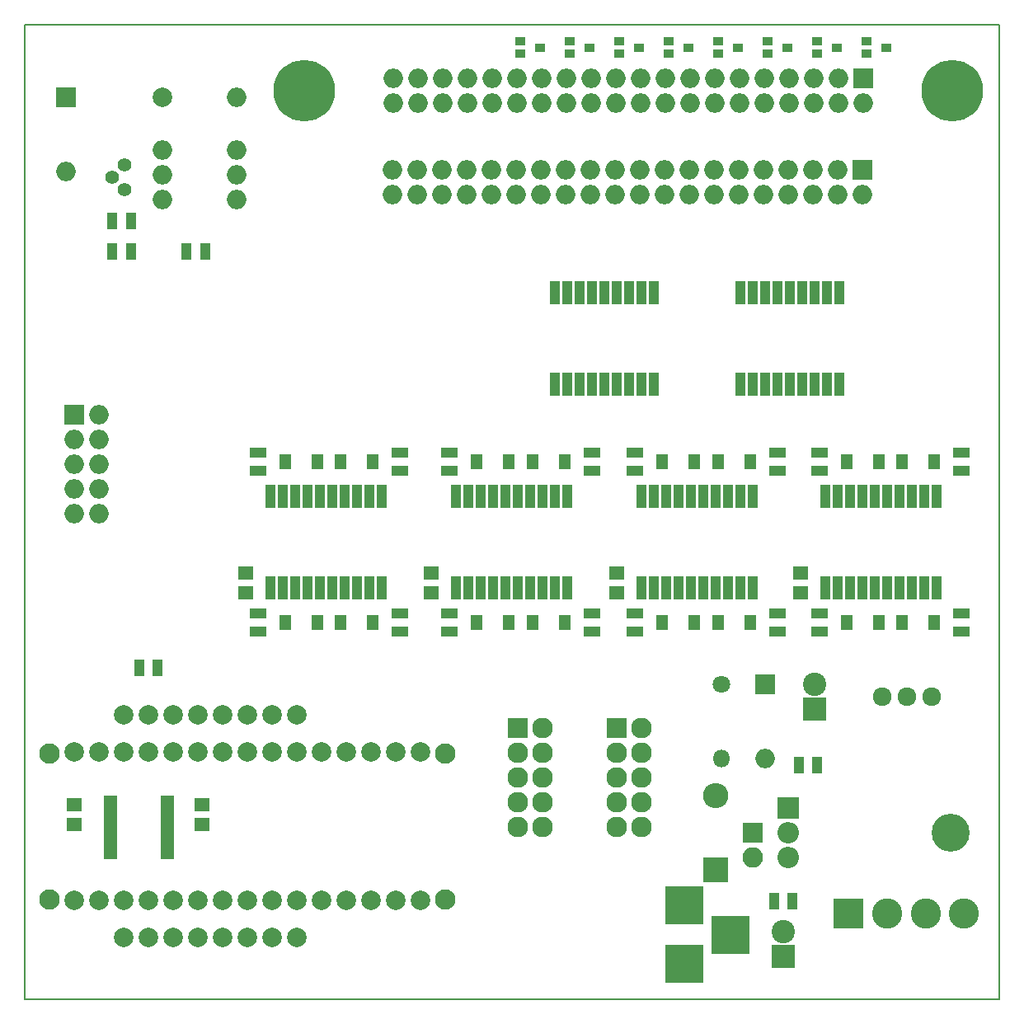
<source format=gbr>
%TF.GenerationSoftware,KiCad,Pcbnew,4.0.7*%
%TF.CreationDate,2018-06-26T21:29:00-04:00*%
%TF.ProjectId,row_driver,726F775F6472697665722E6B69636164,rev?*%
%TF.FileFunction,Soldermask,Top*%
%FSLAX46Y46*%
G04 Gerber Fmt 4.6, Leading zero omitted, Abs format (unit mm)*
G04 Created by KiCad (PCBNEW 4.0.7) date Tuesday, June 26, 2018 'PMt' 09:29:00 PM*
%MOMM*%
%LPD*%
G01*
G04 APERTURE LIST*
%ADD10C,0.100000*%
%ADD11C,0.150000*%
%ADD12R,1.400000X0.800000*%
%ADD13R,2.400000X2.400000*%
%ADD14C,2.400000*%
%ADD15R,3.900120X3.900120*%
%ADD16C,1.400760*%
%ADD17C,2.000000*%
%ADD18O,2.000000X2.000000*%
%ADD19C,1.924000*%
%ADD20R,3.100000X3.100000*%
%ADD21C,3.100000*%
%ADD22R,1.100000X1.700000*%
%ADD23R,1.700000X1.100000*%
%ADD24R,1.300000X1.600000*%
%ADD25R,1.650000X1.400000*%
%ADD26R,1.100000X0.850000*%
%ADD27R,1.000000X2.350000*%
%ADD28R,1.000000X2.400000*%
%ADD29C,1.800000*%
%ADD30O,1.800000X1.800000*%
%ADD31R,2.100000X2.100000*%
%ADD32O,2.100000X2.100000*%
%ADD33R,2.000000X2.000000*%
%ADD34R,2.600000X2.600000*%
%ADD35O,2.600000X2.600000*%
%ADD36O,3.900000X3.900000*%
%ADD37R,2.200000X2.200000*%
%ADD38O,2.200000X2.200000*%
%ADD39R,2.127200X2.127200*%
%ADD40O,2.127200X2.127200*%
%ADD41C,2.100000*%
%ADD42C,6.324600*%
G04 APERTURE END LIST*
D10*
D11*
X25000000Y-25000000D02*
X125000000Y-25000000D01*
X25000000Y-125000000D02*
X25000000Y-25000000D01*
X125000000Y-125000000D02*
X25000000Y-125000000D01*
X125000000Y-25000000D02*
X125000000Y-125000000D01*
D12*
X33777600Y-104440800D03*
X33777600Y-105090800D03*
X33777600Y-105740800D03*
X33777600Y-106390800D03*
X33777600Y-107040800D03*
X33777600Y-107690800D03*
X33777600Y-108340800D03*
X33777600Y-108990800D03*
X33777600Y-109640800D03*
X33777600Y-110290800D03*
X39577600Y-110290800D03*
X39577600Y-109640800D03*
X39577600Y-108990800D03*
X39577600Y-108340800D03*
X39577600Y-107690800D03*
X39577600Y-107040800D03*
X39577600Y-106390800D03*
X39577600Y-105740800D03*
X39577600Y-105090800D03*
X39577600Y-104440800D03*
D13*
X106045000Y-95250000D03*
D14*
X106045000Y-92710000D03*
D15*
X92710000Y-115412520D03*
X92710000Y-121412000D03*
X97409000Y-118412260D03*
D16*
X33909000Y-40640000D03*
X35179000Y-39370000D03*
X35179000Y-41910000D03*
D17*
X39116000Y-32385000D03*
D18*
X46736000Y-32385000D03*
D19*
X118110000Y-93980000D03*
X115570000Y-93980000D03*
X113030000Y-93980000D03*
D18*
X39116000Y-37846000D03*
X39116000Y-40386000D03*
X39116000Y-42926000D03*
X46736000Y-42926000D03*
X46736000Y-40386000D03*
X46736000Y-37846000D03*
D20*
X109555000Y-116205000D03*
D21*
X113515000Y-116205000D03*
X117475000Y-116205000D03*
X121435000Y-116205000D03*
D22*
X43495000Y-48260000D03*
X41595000Y-48260000D03*
X33975000Y-45085000D03*
X35875000Y-45085000D03*
X33975000Y-48260000D03*
X35875000Y-48260000D03*
D23*
X106553000Y-68900000D03*
X106553000Y-70800000D03*
X121158000Y-68900000D03*
X121158000Y-70800000D03*
X121158000Y-85410000D03*
X121158000Y-87310000D03*
X106553000Y-87310000D03*
X106553000Y-85410000D03*
X87630000Y-70800000D03*
X87630000Y-68900000D03*
X102235000Y-70800000D03*
X102235000Y-68900000D03*
X102235000Y-85410000D03*
X102235000Y-87310000D03*
X87630000Y-85410000D03*
X87630000Y-87310000D03*
X68580000Y-68900000D03*
X68580000Y-70800000D03*
X83185000Y-68900000D03*
X83185000Y-70800000D03*
X83185000Y-87310000D03*
X83185000Y-85410000D03*
X68580000Y-87310000D03*
X68580000Y-85410000D03*
X48895000Y-70800000D03*
X48895000Y-68900000D03*
X63500000Y-70800000D03*
X63500000Y-68900000D03*
X63500000Y-85410000D03*
X63500000Y-87310000D03*
X48895000Y-85410000D03*
X48895000Y-87310000D03*
D24*
X54990000Y-86360000D03*
X51690000Y-86360000D03*
X60705000Y-86360000D03*
X57405000Y-86360000D03*
X57405000Y-69850000D03*
X60705000Y-69850000D03*
X51690000Y-69850000D03*
X54990000Y-69850000D03*
X74675000Y-86360000D03*
X71375000Y-86360000D03*
X80390000Y-86360000D03*
X77090000Y-86360000D03*
X77090000Y-69850000D03*
X80390000Y-69850000D03*
X71375000Y-69850000D03*
X74675000Y-69850000D03*
X93725000Y-86360000D03*
X90425000Y-86360000D03*
X99440000Y-86360000D03*
X96140000Y-86360000D03*
X96140000Y-69850000D03*
X99440000Y-69850000D03*
X90425000Y-69850000D03*
X93725000Y-69850000D03*
X112648000Y-86360000D03*
X109348000Y-86360000D03*
X118363000Y-86360000D03*
X115063000Y-86360000D03*
X115063000Y-69850000D03*
X118363000Y-69850000D03*
X109348000Y-69850000D03*
X112648000Y-69850000D03*
D25*
X47625000Y-81296000D03*
X47625000Y-83296000D03*
X66675000Y-81296000D03*
X66675000Y-83296000D03*
X85725000Y-81296000D03*
X85725000Y-83296000D03*
X104648000Y-81296000D03*
X104648000Y-83296000D03*
D26*
X75835000Y-26655000D03*
X75835000Y-27955000D03*
X77835000Y-27305000D03*
X80915000Y-26655000D03*
X80915000Y-27955000D03*
X82915000Y-27305000D03*
X85995000Y-26655000D03*
X85995000Y-27955000D03*
X87995000Y-27305000D03*
X91075000Y-26655000D03*
X91075000Y-27955000D03*
X93075000Y-27305000D03*
X96155000Y-26655000D03*
X96155000Y-27955000D03*
X98155000Y-27305000D03*
X101235000Y-26655000D03*
X101235000Y-27955000D03*
X103235000Y-27305000D03*
X106315000Y-26655000D03*
X106315000Y-27955000D03*
X108315000Y-27305000D03*
X111395000Y-26655000D03*
X111395000Y-27955000D03*
X113395000Y-27305000D03*
D27*
X50162611Y-82805000D03*
X51432611Y-82805000D03*
X52702611Y-82805000D03*
X53972611Y-82805000D03*
X55242611Y-82805000D03*
X56512611Y-82805000D03*
X57782611Y-82805000D03*
X59052611Y-82805000D03*
X60322611Y-82805000D03*
X61592611Y-82805000D03*
X61592611Y-73405000D03*
X60322611Y-73405000D03*
X59052611Y-73405000D03*
X57782611Y-73405000D03*
X56512611Y-73405000D03*
X55242611Y-73405000D03*
X53972611Y-73405000D03*
X52702611Y-73405000D03*
X51432611Y-73405000D03*
X50162611Y-73405000D03*
X69215000Y-82805000D03*
X70485000Y-82805000D03*
X71755000Y-82805000D03*
X73025000Y-82805000D03*
X74295000Y-82805000D03*
X75565000Y-82805000D03*
X76835000Y-82805000D03*
X78105000Y-82805000D03*
X79375000Y-82805000D03*
X80645000Y-82805000D03*
X80645000Y-73405000D03*
X79375000Y-73405000D03*
X78105000Y-73405000D03*
X76835000Y-73405000D03*
X75565000Y-73405000D03*
X74295000Y-73405000D03*
X73025000Y-73405000D03*
X71755000Y-73405000D03*
X70485000Y-73405000D03*
X69215000Y-73405000D03*
D28*
X79375000Y-61850000D03*
X80645000Y-61850000D03*
X81915000Y-61850000D03*
X83185000Y-61850000D03*
X84455000Y-61850000D03*
X85725000Y-61850000D03*
X86995000Y-61850000D03*
X88265000Y-61850000D03*
X89535000Y-61850000D03*
X89535000Y-52450000D03*
X88265000Y-52450000D03*
X86995000Y-52450000D03*
X85725000Y-52450000D03*
X84455000Y-52450000D03*
X83185000Y-52450000D03*
X81915000Y-52450000D03*
X80645000Y-52450000D03*
X79375000Y-52450000D03*
D27*
X88265000Y-82805000D03*
X89535000Y-82805000D03*
X90805000Y-82805000D03*
X92075000Y-82805000D03*
X93345000Y-82805000D03*
X94615000Y-82805000D03*
X95885000Y-82805000D03*
X97155000Y-82805000D03*
X98425000Y-82805000D03*
X99695000Y-82805000D03*
X99695000Y-73405000D03*
X98425000Y-73405000D03*
X97155000Y-73405000D03*
X95885000Y-73405000D03*
X94615000Y-73405000D03*
X93345000Y-73405000D03*
X92075000Y-73405000D03*
X90805000Y-73405000D03*
X89535000Y-73405000D03*
X88265000Y-73405000D03*
X107188000Y-82805000D03*
X108458000Y-82805000D03*
X109728000Y-82805000D03*
X110998000Y-82805000D03*
X112268000Y-82805000D03*
X113538000Y-82805000D03*
X114808000Y-82805000D03*
X116078000Y-82805000D03*
X117348000Y-82805000D03*
X118618000Y-82805000D03*
X118618000Y-73405000D03*
X117348000Y-73405000D03*
X116078000Y-73405000D03*
X114808000Y-73405000D03*
X113538000Y-73405000D03*
X112268000Y-73405000D03*
X110998000Y-73405000D03*
X109728000Y-73405000D03*
X108458000Y-73405000D03*
X107188000Y-73405000D03*
D28*
X98425000Y-61850000D03*
X99695000Y-61850000D03*
X100965000Y-61850000D03*
X102235000Y-61850000D03*
X103505000Y-61850000D03*
X104775000Y-61850000D03*
X106045000Y-61850000D03*
X107315000Y-61850000D03*
X108585000Y-61850000D03*
X108585000Y-52450000D03*
X107315000Y-52450000D03*
X106045000Y-52450000D03*
X104775000Y-52450000D03*
X103505000Y-52450000D03*
X102235000Y-52450000D03*
X100965000Y-52450000D03*
X99695000Y-52450000D03*
X98425000Y-52450000D03*
D13*
X102870000Y-120650000D03*
D14*
X102870000Y-118110000D03*
D29*
X96520000Y-92710000D03*
D30*
X96520000Y-100330000D03*
D22*
X106360000Y-100965000D03*
X104460000Y-100965000D03*
X101920000Y-114935000D03*
X103820000Y-114935000D03*
D31*
X99695000Y-107950000D03*
D32*
X99695000Y-110490000D03*
D33*
X29210000Y-32385000D03*
D18*
X29210000Y-40005000D03*
D33*
X100965000Y-92710000D03*
D18*
X100965000Y-100330000D03*
D34*
X95885000Y-111760000D03*
D35*
X95885000Y-104140000D03*
D25*
X30073600Y-105095800D03*
X30073600Y-107095800D03*
X43154600Y-107095800D03*
X43154600Y-105095800D03*
D22*
X36692800Y-91033600D03*
X38592800Y-91033600D03*
D36*
X120015000Y-107950000D03*
D37*
X103355000Y-105410000D03*
D38*
X103355000Y-107950000D03*
X103355000Y-110490000D03*
D39*
X75594035Y-97205947D03*
D40*
X78134035Y-97205947D03*
X75594035Y-99745947D03*
X78134035Y-99745947D03*
X75594035Y-102285947D03*
X78134035Y-102285947D03*
X75594035Y-104825947D03*
X78134035Y-104825947D03*
X75594035Y-107365947D03*
X78134035Y-107365947D03*
D39*
X85754035Y-97205947D03*
D40*
X88294035Y-97205947D03*
X85754035Y-99745947D03*
X88294035Y-99745947D03*
X85754035Y-102285947D03*
X88294035Y-102285947D03*
X85754035Y-104825947D03*
X88294035Y-104825947D03*
X85754035Y-107365947D03*
X88294035Y-107365947D03*
D17*
X47805064Y-114911222D03*
X45265064Y-114911222D03*
X42725064Y-114911222D03*
X40185064Y-114911222D03*
X37645064Y-114911222D03*
X35105064Y-114911222D03*
X32565064Y-114911222D03*
X30025064Y-114911222D03*
D41*
X27475064Y-114801222D03*
X68135064Y-114801222D03*
X68135064Y-99781222D03*
X27475064Y-99781222D03*
D17*
X50345064Y-114911222D03*
X52885064Y-114911222D03*
X55425064Y-114911222D03*
X57965064Y-114911222D03*
X60505064Y-114911222D03*
X63045064Y-114911222D03*
X65585064Y-114911222D03*
X65585064Y-99671222D03*
X63045064Y-99671222D03*
X60505064Y-99671222D03*
X57965064Y-99671222D03*
X55425064Y-99671222D03*
X52885064Y-99671222D03*
X50345064Y-99671222D03*
X47805064Y-99671222D03*
X45265064Y-99671222D03*
X42725064Y-99671222D03*
X40185064Y-99671222D03*
X37645064Y-99671222D03*
X35105064Y-99671222D03*
X32565064Y-99671222D03*
X30025064Y-99671222D03*
X52885064Y-95861222D03*
X50345064Y-95861222D03*
X47805064Y-95861222D03*
X45265064Y-95861222D03*
X42725064Y-95861222D03*
X40185064Y-95861222D03*
X37645064Y-95861222D03*
X35105064Y-95861222D03*
X35105064Y-118721222D03*
X37645064Y-118721222D03*
X40185064Y-118721222D03*
X42725064Y-118721222D03*
X45265064Y-118721222D03*
X47805064Y-118721222D03*
X50345064Y-118721222D03*
X52885064Y-118721222D03*
D33*
X30000000Y-65000000D03*
D18*
X32540000Y-65000000D03*
X30000000Y-67540000D03*
X32540000Y-67540000D03*
X30000000Y-70080000D03*
X32540000Y-70080000D03*
X30000000Y-72620000D03*
X32540000Y-72620000D03*
X30000000Y-75160000D03*
X32540000Y-75160000D03*
D33*
X110998000Y-39878000D03*
D18*
X110998000Y-42418000D03*
X108458000Y-39878000D03*
X108458000Y-42418000D03*
X105918000Y-39878000D03*
X105918000Y-42418000D03*
X103378000Y-39878000D03*
X103378000Y-42418000D03*
X100838000Y-39878000D03*
X100838000Y-42418000D03*
X98298000Y-39878000D03*
X98298000Y-42418000D03*
X95758000Y-39878000D03*
X95758000Y-42418000D03*
X93218000Y-39878000D03*
X93218000Y-42418000D03*
X90678000Y-39878000D03*
X90678000Y-42418000D03*
X88138000Y-39878000D03*
X88138000Y-42418000D03*
X85598000Y-39878000D03*
X85598000Y-42418000D03*
X83058000Y-39878000D03*
X83058000Y-42418000D03*
X80518000Y-39878000D03*
X80518000Y-42418000D03*
X77978000Y-39878000D03*
X77978000Y-42418000D03*
X75438000Y-39878000D03*
X75438000Y-42418000D03*
X72898000Y-39878000D03*
X72898000Y-42418000D03*
X70358000Y-39878000D03*
X70358000Y-42418000D03*
X67818000Y-39878000D03*
X67818000Y-42418000D03*
X65278000Y-39878000D03*
X65278000Y-42418000D03*
X62738000Y-39878000D03*
X62738000Y-42418000D03*
D33*
X111029750Y-30480000D03*
D18*
X111029750Y-33020000D03*
X108489750Y-30480000D03*
X108489750Y-33020000D03*
X105949750Y-30480000D03*
X105949750Y-33020000D03*
X103409750Y-30480000D03*
X103409750Y-33020000D03*
X100869750Y-30480000D03*
X100869750Y-33020000D03*
X98329750Y-30480000D03*
X98329750Y-33020000D03*
X95789750Y-30480000D03*
X95789750Y-33020000D03*
X93249750Y-30480000D03*
X93249750Y-33020000D03*
X90709750Y-30480000D03*
X90709750Y-33020000D03*
X88169750Y-30480000D03*
X88169750Y-33020000D03*
X85629750Y-30480000D03*
X85629750Y-33020000D03*
X83089750Y-30480000D03*
X83089750Y-33020000D03*
X80549750Y-30480000D03*
X80549750Y-33020000D03*
X78009750Y-30480000D03*
X78009750Y-33020000D03*
X75469750Y-30480000D03*
X75469750Y-33020000D03*
X72929750Y-30480000D03*
X72929750Y-33020000D03*
X70389750Y-30480000D03*
X70389750Y-33020000D03*
X67849750Y-30480000D03*
X67849750Y-33020000D03*
X65309750Y-30480000D03*
X65309750Y-33020000D03*
X62769750Y-30480000D03*
X62769750Y-33020000D03*
D42*
X120173750Y-31750000D03*
X53625750Y-31750000D03*
M02*

</source>
